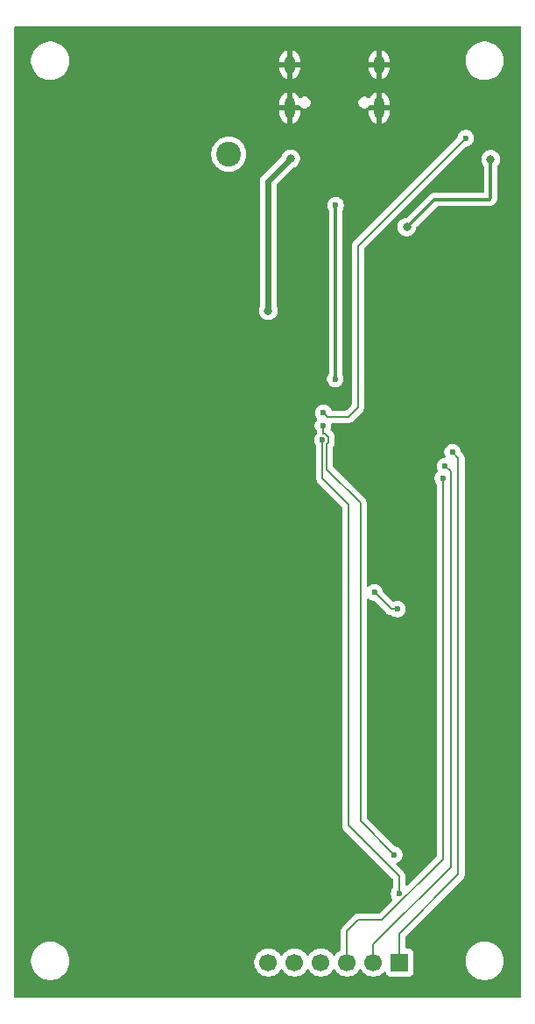
<source format=gbr>
%TF.GenerationSoftware,KiCad,Pcbnew,9.0.0*%
%TF.CreationDate,2025-03-30T15:54:25+03:00*%
%TF.ProjectId,pcb_licenta,7063625f-6c69-4636-956e-74612e6b6963,rev?*%
%TF.SameCoordinates,Original*%
%TF.FileFunction,Copper,L2,Bot*%
%TF.FilePolarity,Positive*%
%FSLAX46Y46*%
G04 Gerber Fmt 4.6, Leading zero omitted, Abs format (unit mm)*
G04 Created by KiCad (PCBNEW 9.0.0) date 2025-03-30 15:54:25*
%MOMM*%
%LPD*%
G01*
G04 APERTURE LIST*
%TA.AperFunction,HeatsinkPad*%
%ADD10O,1.000000X1.800000*%
%TD*%
%TA.AperFunction,HeatsinkPad*%
%ADD11O,1.000000X2.100000*%
%TD*%
%TA.AperFunction,ComponentPad*%
%ADD12C,2.400000*%
%TD*%
%TA.AperFunction,ComponentPad*%
%ADD13R,1.700000X1.700000*%
%TD*%
%TA.AperFunction,ComponentPad*%
%ADD14C,1.700000*%
%TD*%
%TA.AperFunction,ViaPad*%
%ADD15C,0.600000*%
%TD*%
%TA.AperFunction,ViaPad*%
%ADD16C,0.800000*%
%TD*%
%TA.AperFunction,Conductor*%
%ADD17C,0.200000*%
%TD*%
%TA.AperFunction,Conductor*%
%ADD18C,0.300000*%
%TD*%
%TA.AperFunction,Conductor*%
%ADD19C,0.600000*%
%TD*%
G04 APERTURE END LIST*
D10*
%TO.P,J1,S1,SHIELD*%
%TO.N,GND*%
X103170000Y-42360000D03*
D11*
X103170000Y-46560000D03*
D10*
X111810000Y-42360000D03*
D11*
X111810000Y-46560000D03*
%TD*%
D12*
%TO.P,BT1,*%
%TO.N,*%
X97270000Y-51050000D03*
%TD*%
D13*
%TO.P,H1,1,1*%
%TO.N,Net-(U1-IO42)*%
X113790000Y-129160000D03*
D14*
%TO.P,H1,2,2*%
%TO.N,Net-(U1-IO41)*%
X111250000Y-129160000D03*
%TO.P,H1,3,3*%
%TO.N,Net-(U1-IO40)*%
X108710000Y-129160000D03*
%TO.P,H1,4,4*%
%TO.N,Net-(U1-IO39)*%
X106170000Y-129160000D03*
%TO.P,H1,5,5*%
%TO.N,Net-(U1-IO38)*%
X103630000Y-129160000D03*
%TO.P,H1,6,6*%
%TO.N,Net-(U1-IO37)*%
X101090000Y-129160000D03*
%TD*%
D15*
%TO.N,GND*%
X113000000Y-60690000D03*
X106180000Y-61790000D03*
X109210000Y-52430000D03*
X105750000Y-52250000D03*
X112670000Y-102100000D03*
X123080000Y-121710000D03*
X122440000Y-69180000D03*
X121650000Y-62390000D03*
X123900000Y-64940000D03*
X124120000Y-58720000D03*
X124640000Y-53420000D03*
X119240000Y-52390000D03*
X113050000Y-54140000D03*
X102880000Y-61850000D03*
X99800000Y-67700000D03*
X112110000Y-68070000D03*
X105690000Y-72700000D03*
X106000000Y-73930000D03*
X123780000Y-73190000D03*
X118800000Y-74470000D03*
X112400000Y-74100000D03*
X115030000Y-88280000D03*
X106200000Y-85280000D03*
X114280000Y-80060000D03*
X111020000Y-77690000D03*
X106640000Y-94730000D03*
X102580000Y-94620000D03*
X106670000Y-100260000D03*
X102830000Y-99430000D03*
X103220000Y-108530000D03*
X106690000Y-113750000D03*
X105240000Y-108430000D03*
X111340000Y-108650000D03*
X121540000Y-108110000D03*
X120850000Y-114240000D03*
X116760000Y-126740000D03*
X105290000Y-126590000D03*
X103120000Y-125370000D03*
X108910000Y-123340000D03*
X110210000Y-119470000D03*
X101370000Y-121130000D03*
X101450000Y-122850000D03*
X82270000Y-121360000D03*
X83260000Y-125030000D03*
X94970000Y-131360000D03*
X95650000Y-128440000D03*
X88410000Y-122990000D03*
X109380000Y-45260000D03*
X104990000Y-44900000D03*
X110240000Y-41870000D03*
X105260000Y-41850000D03*
X109060000Y-49690000D03*
%TO.N,MOSI*%
X113560000Y-95000000D03*
X111370000Y-93390000D03*
D16*
%TO.N,+3V3*%
X122600000Y-51530000D03*
X114480000Y-58080000D03*
D15*
%TO.N,Net-(U1-IO42)*%
X118910000Y-79820000D03*
%TO.N,Net-(U1-IO41)*%
X118190000Y-81180000D03*
%TO.N,Net-(U1-IO40)*%
X117960000Y-82350000D03*
%TO.N,SCL*%
X113730000Y-122530000D03*
X106330000Y-78640000D03*
%TO.N,SDA*%
X106380000Y-77270000D03*
X113280000Y-118750000D03*
%TO.N,EN*%
X106430000Y-76050000D03*
X120170000Y-49490000D03*
%TO.N,ADC_BAT*%
X107570000Y-72760000D03*
X107600000Y-55980000D03*
D16*
%TO.N,VBUS*%
X101090000Y-66170000D03*
X103250000Y-51470000D03*
%TD*%
D17*
%TO.N,SDA*%
X110020000Y-85810000D02*
X110020000Y-84760000D01*
%TO.N,MOSI*%
X112980000Y-95000000D02*
X111370000Y-93390000D01*
X113560000Y-95000000D02*
X112980000Y-95000000D01*
%TO.N,Net-(U1-IO41)*%
X111250000Y-127420000D02*
X111250000Y-129160000D01*
X118730000Y-119940000D02*
X111250000Y-127420000D01*
X118730000Y-81720000D02*
X118730000Y-119940000D01*
X118190000Y-81180000D02*
X118730000Y-81720000D01*
%TO.N,Net-(U1-IO42)*%
X113790000Y-126350000D02*
X113790000Y-129160000D01*
X119470000Y-120670000D02*
X113790000Y-126350000D01*
X119470000Y-80380000D02*
X119470000Y-120670000D01*
X118910000Y-79820000D02*
X119470000Y-80380000D01*
%TO.N,Net-(U1-IO40)*%
X108710000Y-126120000D02*
X108710000Y-129160000D01*
X109800000Y-125030000D02*
X108710000Y-126120000D01*
X112079943Y-125030000D02*
X109800000Y-125030000D01*
X117960000Y-119149943D02*
X112079943Y-125030000D01*
X117960000Y-82350000D02*
X117960000Y-119149943D01*
%TO.N,SCL*%
X108820000Y-115900000D02*
X108820000Y-84870000D01*
X108820000Y-84870000D02*
X106330000Y-82380000D01*
X106330000Y-82380000D02*
X106330000Y-78640000D01*
X113730000Y-120810000D02*
X108820000Y-115900000D01*
X113730000Y-122530000D02*
X113730000Y-120810000D01*
%TO.N,SDA*%
X106380000Y-78039000D02*
X106380000Y-77270000D01*
X106931000Y-78888943D02*
X106931000Y-78391057D01*
X106731000Y-79088943D02*
X106931000Y-78888943D01*
X106578943Y-78039000D02*
X106380000Y-78039000D01*
X106931000Y-78391057D02*
X106578943Y-78039000D01*
X106731000Y-81471000D02*
X106731000Y-79088943D01*
X110020000Y-84760000D02*
X106731000Y-81471000D01*
X110020000Y-115490000D02*
X110020000Y-85810000D01*
X113280000Y-118750000D02*
X110020000Y-115490000D01*
%TO.N,EN*%
X106780000Y-76400000D02*
X106430000Y-76050000D01*
X108880000Y-76400000D02*
X106780000Y-76400000D01*
X109760000Y-75520000D02*
X108880000Y-76400000D01*
X109760000Y-74760000D02*
X109760000Y-75520000D01*
X120170000Y-49490000D02*
X109760000Y-59900000D01*
X109760000Y-59900000D02*
X109760000Y-74760000D01*
D18*
%TO.N,ADC_BAT*%
X107600000Y-55980000D02*
X107600000Y-72730000D01*
X107600000Y-72730000D02*
X107570000Y-72760000D01*
D19*
%TO.N,VBUS*%
X101090000Y-53630000D02*
X101090000Y-66170000D01*
X103250000Y-51470000D02*
X101090000Y-53630000D01*
D18*
%TO.N,+3V3*%
X122480000Y-55400000D02*
X117160000Y-55400000D01*
X122600000Y-55280000D02*
X122480000Y-55400000D01*
X122600000Y-51530000D02*
X122600000Y-55280000D01*
X117160000Y-55400000D02*
X114480000Y-58080000D01*
%TD*%
%TA.AperFunction,Conductor*%
%TO.N,GND*%
G36*
X125462539Y-38660185D02*
G01*
X125508294Y-38712989D01*
X125519500Y-38764500D01*
X125519500Y-132475500D01*
X125499815Y-132542539D01*
X125447011Y-132588294D01*
X125395500Y-132599500D01*
X76654500Y-132599500D01*
X76587461Y-132579815D01*
X76541706Y-132527011D01*
X76530500Y-132475500D01*
X76530500Y-128878711D01*
X78149500Y-128878711D01*
X78149500Y-129121288D01*
X78181161Y-129361785D01*
X78243947Y-129596104D01*
X78278041Y-129678414D01*
X78336776Y-129820212D01*
X78458064Y-130030289D01*
X78458066Y-130030292D01*
X78458067Y-130030293D01*
X78605733Y-130222736D01*
X78605739Y-130222743D01*
X78777256Y-130394260D01*
X78777263Y-130394266D01*
X78854844Y-130453796D01*
X78969711Y-130541936D01*
X79179788Y-130663224D01*
X79403900Y-130756054D01*
X79638211Y-130818838D01*
X79818586Y-130842584D01*
X79878711Y-130850500D01*
X79878712Y-130850500D01*
X80121289Y-130850500D01*
X80169388Y-130844167D01*
X80361789Y-130818838D01*
X80596100Y-130756054D01*
X80820212Y-130663224D01*
X81030289Y-130541936D01*
X81222738Y-130394265D01*
X81394265Y-130222738D01*
X81541936Y-130030289D01*
X81663224Y-129820212D01*
X81756054Y-129596100D01*
X81818838Y-129361789D01*
X81850500Y-129121288D01*
X81850500Y-129053713D01*
X99739500Y-129053713D01*
X99739500Y-129266286D01*
X99754625Y-129361785D01*
X99772754Y-129476243D01*
X99811699Y-129596104D01*
X99838444Y-129678414D01*
X99934951Y-129867820D01*
X100059890Y-130039786D01*
X100210213Y-130190109D01*
X100382179Y-130315048D01*
X100382181Y-130315049D01*
X100382184Y-130315051D01*
X100571588Y-130411557D01*
X100773757Y-130477246D01*
X100983713Y-130510500D01*
X100983714Y-130510500D01*
X101196286Y-130510500D01*
X101196287Y-130510500D01*
X101406243Y-130477246D01*
X101608412Y-130411557D01*
X101797816Y-130315051D01*
X101884138Y-130252335D01*
X101969786Y-130190109D01*
X101969788Y-130190106D01*
X101969792Y-130190104D01*
X102120104Y-130039792D01*
X102120106Y-130039788D01*
X102120109Y-130039786D01*
X102245048Y-129867820D01*
X102245047Y-129867820D01*
X102245051Y-129867816D01*
X102249514Y-129859054D01*
X102297488Y-129808259D01*
X102365308Y-129791463D01*
X102431444Y-129813999D01*
X102470486Y-129859056D01*
X102474951Y-129867820D01*
X102599890Y-130039786D01*
X102750213Y-130190109D01*
X102922179Y-130315048D01*
X102922181Y-130315049D01*
X102922184Y-130315051D01*
X103111588Y-130411557D01*
X103313757Y-130477246D01*
X103523713Y-130510500D01*
X103523714Y-130510500D01*
X103736286Y-130510500D01*
X103736287Y-130510500D01*
X103946243Y-130477246D01*
X104148412Y-130411557D01*
X104337816Y-130315051D01*
X104424138Y-130252335D01*
X104509786Y-130190109D01*
X104509788Y-130190106D01*
X104509792Y-130190104D01*
X104660104Y-130039792D01*
X104660106Y-130039788D01*
X104660109Y-130039786D01*
X104785048Y-129867820D01*
X104785047Y-129867820D01*
X104785051Y-129867816D01*
X104789514Y-129859054D01*
X104837488Y-129808259D01*
X104905308Y-129791463D01*
X104971444Y-129813999D01*
X105010486Y-129859056D01*
X105014951Y-129867820D01*
X105139890Y-130039786D01*
X105290213Y-130190109D01*
X105462179Y-130315048D01*
X105462181Y-130315049D01*
X105462184Y-130315051D01*
X105651588Y-130411557D01*
X105853757Y-130477246D01*
X106063713Y-130510500D01*
X106063714Y-130510500D01*
X106276286Y-130510500D01*
X106276287Y-130510500D01*
X106486243Y-130477246D01*
X106688412Y-130411557D01*
X106877816Y-130315051D01*
X106964138Y-130252335D01*
X107049786Y-130190109D01*
X107049788Y-130190106D01*
X107049792Y-130190104D01*
X107200104Y-130039792D01*
X107200106Y-130039788D01*
X107200109Y-130039786D01*
X107325048Y-129867820D01*
X107325047Y-129867820D01*
X107325051Y-129867816D01*
X107329514Y-129859054D01*
X107377488Y-129808259D01*
X107445308Y-129791463D01*
X107511444Y-129813999D01*
X107550486Y-129859056D01*
X107554951Y-129867820D01*
X107679890Y-130039786D01*
X107830213Y-130190109D01*
X108002179Y-130315048D01*
X108002181Y-130315049D01*
X108002184Y-130315051D01*
X108191588Y-130411557D01*
X108393757Y-130477246D01*
X108603713Y-130510500D01*
X108603714Y-130510500D01*
X108816286Y-130510500D01*
X108816287Y-130510500D01*
X109026243Y-130477246D01*
X109228412Y-130411557D01*
X109417816Y-130315051D01*
X109504138Y-130252335D01*
X109589786Y-130190109D01*
X109589788Y-130190106D01*
X109589792Y-130190104D01*
X109740104Y-130039792D01*
X109740106Y-130039788D01*
X109740109Y-130039786D01*
X109865048Y-129867820D01*
X109865047Y-129867820D01*
X109865051Y-129867816D01*
X109869514Y-129859054D01*
X109917488Y-129808259D01*
X109985308Y-129791463D01*
X110051444Y-129813999D01*
X110090486Y-129859056D01*
X110094951Y-129867820D01*
X110219890Y-130039786D01*
X110370213Y-130190109D01*
X110542179Y-130315048D01*
X110542181Y-130315049D01*
X110542184Y-130315051D01*
X110731588Y-130411557D01*
X110933757Y-130477246D01*
X111143713Y-130510500D01*
X111143714Y-130510500D01*
X111356286Y-130510500D01*
X111356287Y-130510500D01*
X111566243Y-130477246D01*
X111768412Y-130411557D01*
X111957816Y-130315051D01*
X112129792Y-130190104D01*
X112243329Y-130076566D01*
X112304648Y-130043084D01*
X112374340Y-130048068D01*
X112430274Y-130089939D01*
X112447189Y-130120917D01*
X112496202Y-130252328D01*
X112496206Y-130252335D01*
X112582452Y-130367544D01*
X112582455Y-130367547D01*
X112697664Y-130453793D01*
X112697671Y-130453797D01*
X112832517Y-130504091D01*
X112832516Y-130504091D01*
X112839444Y-130504835D01*
X112892127Y-130510500D01*
X114687872Y-130510499D01*
X114747483Y-130504091D01*
X114882331Y-130453796D01*
X114997546Y-130367546D01*
X115083796Y-130252331D01*
X115134091Y-130117483D01*
X115140500Y-130057873D01*
X115140499Y-128878711D01*
X120149500Y-128878711D01*
X120149500Y-129121288D01*
X120181161Y-129361785D01*
X120243947Y-129596104D01*
X120278041Y-129678414D01*
X120336776Y-129820212D01*
X120458064Y-130030289D01*
X120458066Y-130030292D01*
X120458067Y-130030293D01*
X120605733Y-130222736D01*
X120605739Y-130222743D01*
X120777256Y-130394260D01*
X120777263Y-130394266D01*
X120854844Y-130453796D01*
X120969711Y-130541936D01*
X121179788Y-130663224D01*
X121403900Y-130756054D01*
X121638211Y-130818838D01*
X121818586Y-130842584D01*
X121878711Y-130850500D01*
X121878712Y-130850500D01*
X122121289Y-130850500D01*
X122169388Y-130844167D01*
X122361789Y-130818838D01*
X122596100Y-130756054D01*
X122820212Y-130663224D01*
X123030289Y-130541936D01*
X123222738Y-130394265D01*
X123394265Y-130222738D01*
X123541936Y-130030289D01*
X123663224Y-129820212D01*
X123756054Y-129596100D01*
X123818838Y-129361789D01*
X123850500Y-129121288D01*
X123850500Y-128878712D01*
X123818838Y-128638211D01*
X123756054Y-128403900D01*
X123663224Y-128179788D01*
X123541936Y-127969711D01*
X123462514Y-127866206D01*
X123394266Y-127777263D01*
X123394260Y-127777256D01*
X123222743Y-127605739D01*
X123222736Y-127605733D01*
X123030293Y-127458067D01*
X123030292Y-127458066D01*
X123030289Y-127458064D01*
X122827433Y-127340945D01*
X122820214Y-127336777D01*
X122820205Y-127336773D01*
X122596104Y-127243947D01*
X122388092Y-127188210D01*
X122361789Y-127181162D01*
X122361788Y-127181161D01*
X122361785Y-127181161D01*
X122121289Y-127149500D01*
X122121288Y-127149500D01*
X121878712Y-127149500D01*
X121878711Y-127149500D01*
X121638214Y-127181161D01*
X121403895Y-127243947D01*
X121179794Y-127336773D01*
X121179785Y-127336777D01*
X120969706Y-127458067D01*
X120777263Y-127605733D01*
X120777256Y-127605739D01*
X120605739Y-127777256D01*
X120605733Y-127777263D01*
X120458067Y-127969706D01*
X120336777Y-128179785D01*
X120336773Y-128179794D01*
X120243947Y-128403895D01*
X120181161Y-128638214D01*
X120149500Y-128878711D01*
X115140499Y-128878711D01*
X115140499Y-128262128D01*
X115134091Y-128202517D01*
X115132810Y-128199083D01*
X115083797Y-128067671D01*
X115083793Y-128067664D01*
X114997547Y-127952455D01*
X114997544Y-127952452D01*
X114882335Y-127866206D01*
X114882328Y-127866202D01*
X114747482Y-127815908D01*
X114747483Y-127815908D01*
X114687883Y-127809501D01*
X114687881Y-127809500D01*
X114687873Y-127809500D01*
X114687865Y-127809500D01*
X114514500Y-127809500D01*
X114447461Y-127789815D01*
X114401706Y-127737011D01*
X114390500Y-127685500D01*
X114390500Y-126650096D01*
X114410185Y-126583057D01*
X114426814Y-126562420D01*
X119838713Y-121150521D01*
X119838716Y-121150520D01*
X119950520Y-121038716D01*
X120000639Y-120951904D01*
X120029577Y-120901785D01*
X120070501Y-120749057D01*
X120070501Y-120590943D01*
X120070501Y-120583348D01*
X120070500Y-120583330D01*
X120070500Y-80469060D01*
X120070501Y-80469047D01*
X120070501Y-80300944D01*
X120044741Y-80204808D01*
X120029577Y-80148216D01*
X119974894Y-80053501D01*
X119950524Y-80011290D01*
X119950518Y-80011282D01*
X119744573Y-79805337D01*
X119711088Y-79744014D01*
X119710637Y-79741847D01*
X119679738Y-79586510D01*
X119679737Y-79586503D01*
X119679735Y-79586498D01*
X119619397Y-79440827D01*
X119619390Y-79440814D01*
X119531789Y-79309711D01*
X119531786Y-79309707D01*
X119420292Y-79198213D01*
X119420288Y-79198210D01*
X119289185Y-79110609D01*
X119289172Y-79110602D01*
X119143501Y-79050264D01*
X119143489Y-79050261D01*
X118988845Y-79019500D01*
X118988842Y-79019500D01*
X118831158Y-79019500D01*
X118831155Y-79019500D01*
X118676510Y-79050261D01*
X118676498Y-79050264D01*
X118530827Y-79110602D01*
X118530814Y-79110609D01*
X118399711Y-79198210D01*
X118399707Y-79198213D01*
X118288213Y-79309707D01*
X118288210Y-79309711D01*
X118200609Y-79440814D01*
X118200602Y-79440827D01*
X118140264Y-79586498D01*
X118140261Y-79586510D01*
X118109500Y-79741153D01*
X118109500Y-79898846D01*
X118140261Y-80053489D01*
X118140264Y-80053501D01*
X118202937Y-80204808D01*
X118201708Y-80205316D01*
X118214555Y-80267050D01*
X118189548Y-80332291D01*
X118133239Y-80373656D01*
X118115148Y-80378705D01*
X117956508Y-80410261D01*
X117956498Y-80410264D01*
X117810827Y-80470602D01*
X117810814Y-80470609D01*
X117679711Y-80558210D01*
X117679707Y-80558213D01*
X117568213Y-80669707D01*
X117568210Y-80669711D01*
X117480609Y-80800814D01*
X117480602Y-80800827D01*
X117420264Y-80946498D01*
X117420261Y-80946510D01*
X117389500Y-81101153D01*
X117389500Y-81258846D01*
X117420261Y-81413489D01*
X117420264Y-81413501D01*
X117480602Y-81559171D01*
X117483479Y-81564553D01*
X117482302Y-81565181D01*
X117501139Y-81625345D01*
X117482652Y-81692724D01*
X117453376Y-81723076D01*
X117454419Y-81724347D01*
X117449707Y-81728213D01*
X117338213Y-81839707D01*
X117338210Y-81839711D01*
X117250609Y-81970814D01*
X117250602Y-81970827D01*
X117190264Y-82116498D01*
X117190261Y-82116510D01*
X117159500Y-82271153D01*
X117159500Y-82428846D01*
X117190261Y-82583489D01*
X117190264Y-82583501D01*
X117250602Y-82729172D01*
X117250609Y-82729185D01*
X117338602Y-82860874D01*
X117359480Y-82927551D01*
X117359500Y-82929765D01*
X117359500Y-118849846D01*
X117339815Y-118916885D01*
X117323181Y-118937527D01*
X114542181Y-121718527D01*
X114480858Y-121752012D01*
X114411166Y-121747028D01*
X114355233Y-121705156D01*
X114330816Y-121639692D01*
X114330500Y-121630846D01*
X114330500Y-120899060D01*
X114330501Y-120899047D01*
X114330501Y-120730944D01*
X114289576Y-120578214D01*
X114289573Y-120578209D01*
X114210524Y-120441290D01*
X114210518Y-120441282D01*
X113485958Y-119716722D01*
X113452473Y-119655399D01*
X113457457Y-119585707D01*
X113499329Y-119529774D01*
X113526176Y-119514485D01*
X113659179Y-119459394D01*
X113790289Y-119371789D01*
X113901789Y-119260289D01*
X113989394Y-119129179D01*
X114049737Y-118983497D01*
X114080500Y-118828842D01*
X114080500Y-118671158D01*
X114080500Y-118671155D01*
X114080499Y-118671153D01*
X114049738Y-118516510D01*
X114049737Y-118516503D01*
X114049735Y-118516498D01*
X113989397Y-118370827D01*
X113989390Y-118370814D01*
X113901789Y-118239711D01*
X113901786Y-118239707D01*
X113790292Y-118128213D01*
X113790288Y-118128210D01*
X113659185Y-118040609D01*
X113659172Y-118040602D01*
X113513501Y-117980264D01*
X113513491Y-117980261D01*
X113358149Y-117949361D01*
X113296238Y-117916976D01*
X113294660Y-117915425D01*
X110656819Y-115277584D01*
X110623334Y-115216261D01*
X110620500Y-115189903D01*
X110620500Y-94071941D01*
X110640185Y-94004902D01*
X110692989Y-93959147D01*
X110762147Y-93949203D01*
X110825703Y-93978228D01*
X110832181Y-93984260D01*
X110859707Y-94011786D01*
X110859711Y-94011789D01*
X110990814Y-94099390D01*
X110990827Y-94099397D01*
X111136498Y-94159735D01*
X111136503Y-94159737D01*
X111201147Y-94172595D01*
X111291849Y-94190638D01*
X111353760Y-94223023D01*
X111355339Y-94224574D01*
X112495139Y-95364374D01*
X112495149Y-95364385D01*
X112499479Y-95368715D01*
X112499480Y-95368716D01*
X112611284Y-95480520D01*
X112662845Y-95510288D01*
X112698095Y-95530639D01*
X112698097Y-95530641D01*
X112736151Y-95552611D01*
X112748215Y-95559577D01*
X112900943Y-95600501D01*
X112980236Y-95600501D01*
X113047275Y-95620186D01*
X113049127Y-95621399D01*
X113180814Y-95709390D01*
X113180827Y-95709397D01*
X113326498Y-95769735D01*
X113326503Y-95769737D01*
X113481153Y-95800499D01*
X113481156Y-95800500D01*
X113481158Y-95800500D01*
X113638844Y-95800500D01*
X113638845Y-95800499D01*
X113793497Y-95769737D01*
X113939179Y-95709394D01*
X114070289Y-95621789D01*
X114181789Y-95510289D01*
X114269394Y-95379179D01*
X114329737Y-95233497D01*
X114360500Y-95078842D01*
X114360500Y-94921158D01*
X114360500Y-94921155D01*
X114360499Y-94921153D01*
X114329738Y-94766510D01*
X114329737Y-94766503D01*
X114329735Y-94766498D01*
X114269397Y-94620827D01*
X114269390Y-94620814D01*
X114181789Y-94489711D01*
X114181786Y-94489707D01*
X114070292Y-94378213D01*
X114070288Y-94378210D01*
X113939185Y-94290609D01*
X113939172Y-94290602D01*
X113793501Y-94230264D01*
X113793489Y-94230261D01*
X113638845Y-94199500D01*
X113638842Y-94199500D01*
X113481158Y-94199500D01*
X113481155Y-94199500D01*
X113326510Y-94230261D01*
X113326503Y-94230263D01*
X113214246Y-94276760D01*
X113144777Y-94284228D01*
X113082298Y-94252952D01*
X113079114Y-94249879D01*
X112204574Y-93375339D01*
X112171089Y-93314016D01*
X112170638Y-93311849D01*
X112139738Y-93156510D01*
X112139737Y-93156503D01*
X112119500Y-93107646D01*
X112079397Y-93010827D01*
X112079390Y-93010814D01*
X111991789Y-92879711D01*
X111991786Y-92879707D01*
X111880292Y-92768213D01*
X111880288Y-92768210D01*
X111749185Y-92680609D01*
X111749172Y-92680602D01*
X111603501Y-92620264D01*
X111603489Y-92620261D01*
X111448845Y-92589500D01*
X111448842Y-92589500D01*
X111291158Y-92589500D01*
X111291155Y-92589500D01*
X111136510Y-92620261D01*
X111136498Y-92620264D01*
X110990827Y-92680602D01*
X110990814Y-92680609D01*
X110859711Y-92768210D01*
X110859707Y-92768213D01*
X110832181Y-92795740D01*
X110770858Y-92829225D01*
X110701166Y-92824241D01*
X110645233Y-92782369D01*
X110620816Y-92716905D01*
X110620500Y-92708059D01*
X110620500Y-84680945D01*
X110620500Y-84680943D01*
X110579577Y-84528216D01*
X110579573Y-84528209D01*
X110500524Y-84391290D01*
X110500521Y-84391286D01*
X110500520Y-84391284D01*
X110388716Y-84279480D01*
X110388715Y-84279479D01*
X110384385Y-84275149D01*
X110384374Y-84275139D01*
X107367819Y-81258584D01*
X107334334Y-81197261D01*
X107331500Y-81170903D01*
X107331500Y-79389041D01*
X107351185Y-79322002D01*
X107367820Y-79301359D01*
X107411517Y-79257662D01*
X107411517Y-79257661D01*
X107411520Y-79257659D01*
X107490577Y-79120727D01*
X107531501Y-78968000D01*
X107531501Y-78809885D01*
X107531501Y-78802290D01*
X107531500Y-78802272D01*
X107531500Y-78480117D01*
X107531501Y-78480104D01*
X107531501Y-78312002D01*
X107531501Y-78312000D01*
X107490577Y-78159272D01*
X107411520Y-78022341D01*
X107133031Y-77743853D01*
X107099547Y-77682531D01*
X107104531Y-77612840D01*
X107106141Y-77608745D01*
X107149737Y-77503497D01*
X107180500Y-77348842D01*
X107180500Y-77191158D01*
X107180500Y-77191155D01*
X107172053Y-77148692D01*
X107178280Y-77079101D01*
X107221142Y-77023923D01*
X107287032Y-77000678D01*
X107293670Y-77000500D01*
X108793331Y-77000500D01*
X108793347Y-77000501D01*
X108800943Y-77000501D01*
X108959054Y-77000501D01*
X108959057Y-77000501D01*
X109111785Y-76959577D01*
X109161904Y-76930639D01*
X109248716Y-76880520D01*
X109360520Y-76768716D01*
X109360520Y-76768714D01*
X109370728Y-76758507D01*
X109370730Y-76758504D01*
X110118506Y-76010728D01*
X110118511Y-76010724D01*
X110128714Y-76000520D01*
X110128716Y-76000520D01*
X110240520Y-75888716D01*
X110292028Y-75799500D01*
X110319577Y-75751785D01*
X110360501Y-75599057D01*
X110360501Y-75440943D01*
X110360501Y-75433348D01*
X110360500Y-75433330D01*
X110360500Y-60200097D01*
X110380185Y-60133058D01*
X110396819Y-60112416D01*
X112517931Y-57991304D01*
X113579500Y-57991304D01*
X113579500Y-58168695D01*
X113614103Y-58342658D01*
X113614106Y-58342667D01*
X113681983Y-58506540D01*
X113681990Y-58506553D01*
X113780535Y-58654034D01*
X113780538Y-58654038D01*
X113905961Y-58779461D01*
X113905965Y-58779464D01*
X114053446Y-58878009D01*
X114053459Y-58878016D01*
X114176363Y-58928923D01*
X114217334Y-58945894D01*
X114217336Y-58945894D01*
X114217341Y-58945896D01*
X114391304Y-58980499D01*
X114391307Y-58980500D01*
X114391309Y-58980500D01*
X114568693Y-58980500D01*
X114568694Y-58980499D01*
X114626682Y-58968964D01*
X114742658Y-58945896D01*
X114742661Y-58945894D01*
X114742666Y-58945894D01*
X114906547Y-58878013D01*
X115054035Y-58779464D01*
X115179464Y-58654035D01*
X115278013Y-58506547D01*
X115345894Y-58342666D01*
X115380500Y-58168691D01*
X115380500Y-58150808D01*
X115400185Y-58083769D01*
X115416819Y-58063127D01*
X117393127Y-56086819D01*
X117454450Y-56053334D01*
X117480808Y-56050500D01*
X122544071Y-56050500D01*
X122628615Y-56033682D01*
X122669744Y-56025501D01*
X122788127Y-55976465D01*
X122894669Y-55905277D01*
X123105277Y-55694669D01*
X123176466Y-55588126D01*
X123225501Y-55469743D01*
X123225508Y-55469711D01*
X123250500Y-55344069D01*
X123250500Y-52204361D01*
X123270185Y-52137322D01*
X123286816Y-52116682D01*
X123299464Y-52104035D01*
X123398013Y-51956547D01*
X123465894Y-51792666D01*
X123477831Y-51732658D01*
X123500499Y-51618695D01*
X123500500Y-51618693D01*
X123500500Y-51441306D01*
X123500499Y-51441304D01*
X123465896Y-51267341D01*
X123465893Y-51267332D01*
X123398016Y-51103459D01*
X123398009Y-51103446D01*
X123299464Y-50955965D01*
X123299461Y-50955961D01*
X123174038Y-50830538D01*
X123174034Y-50830535D01*
X123026553Y-50731990D01*
X123026540Y-50731983D01*
X122862667Y-50664106D01*
X122862658Y-50664103D01*
X122688694Y-50629500D01*
X122688691Y-50629500D01*
X122511309Y-50629500D01*
X122511306Y-50629500D01*
X122337341Y-50664103D01*
X122337332Y-50664106D01*
X122173459Y-50731983D01*
X122173446Y-50731990D01*
X122025965Y-50830535D01*
X122025961Y-50830538D01*
X121900538Y-50955961D01*
X121900535Y-50955965D01*
X121801990Y-51103446D01*
X121801983Y-51103459D01*
X121734106Y-51267332D01*
X121734103Y-51267341D01*
X121699500Y-51441304D01*
X121699500Y-51618695D01*
X121734103Y-51792658D01*
X121734106Y-51792667D01*
X121801983Y-51956540D01*
X121801990Y-51956553D01*
X121900534Y-52104033D01*
X121900535Y-52104034D01*
X121900536Y-52104035D01*
X121913180Y-52116679D01*
X121946665Y-52177999D01*
X121949500Y-52204361D01*
X121949500Y-54625500D01*
X121929815Y-54692539D01*
X121877011Y-54738294D01*
X121825500Y-54749500D01*
X117095929Y-54749500D01*
X116970261Y-54774497D01*
X116970255Y-54774499D01*
X116851870Y-54823535D01*
X116745331Y-54894722D01*
X116745324Y-54894728D01*
X114496873Y-57143181D01*
X114435550Y-57176666D01*
X114409192Y-57179500D01*
X114391306Y-57179500D01*
X114217341Y-57214103D01*
X114217332Y-57214106D01*
X114053459Y-57281983D01*
X114053446Y-57281990D01*
X113905965Y-57380535D01*
X113905961Y-57380538D01*
X113780538Y-57505961D01*
X113780535Y-57505965D01*
X113681990Y-57653446D01*
X113681983Y-57653459D01*
X113614106Y-57817332D01*
X113614103Y-57817341D01*
X113579500Y-57991304D01*
X112517931Y-57991304D01*
X112611699Y-57897536D01*
X115883735Y-54625500D01*
X120184662Y-50324572D01*
X120245983Y-50291089D01*
X120248150Y-50290638D01*
X120306085Y-50279113D01*
X120403497Y-50259737D01*
X120549179Y-50199394D01*
X120680289Y-50111789D01*
X120791789Y-50000289D01*
X120879394Y-49869179D01*
X120939737Y-49723497D01*
X120970500Y-49568842D01*
X120970500Y-49411158D01*
X120970500Y-49411155D01*
X120970499Y-49411153D01*
X120964023Y-49378596D01*
X120939737Y-49256503D01*
X120939735Y-49256498D01*
X120879397Y-49110827D01*
X120879390Y-49110814D01*
X120791789Y-48979711D01*
X120791786Y-48979707D01*
X120680292Y-48868213D01*
X120680288Y-48868210D01*
X120549185Y-48780609D01*
X120549172Y-48780602D01*
X120403501Y-48720264D01*
X120403489Y-48720261D01*
X120248845Y-48689500D01*
X120248842Y-48689500D01*
X120091158Y-48689500D01*
X120091155Y-48689500D01*
X119936510Y-48720261D01*
X119936498Y-48720264D01*
X119790827Y-48780602D01*
X119790814Y-48780609D01*
X119659711Y-48868210D01*
X119659707Y-48868213D01*
X119548213Y-48979707D01*
X119548210Y-48979711D01*
X119460609Y-49110814D01*
X119460602Y-49110827D01*
X119400264Y-49256498D01*
X119400261Y-49256508D01*
X119369361Y-49411850D01*
X119336976Y-49473761D01*
X119335425Y-49475339D01*
X109279481Y-59531282D01*
X109279479Y-59531285D01*
X109229361Y-59618094D01*
X109229359Y-59618096D01*
X109200425Y-59668209D01*
X109200424Y-59668210D01*
X109200423Y-59668215D01*
X109159499Y-59820943D01*
X109159499Y-59820945D01*
X109159499Y-59989046D01*
X109159500Y-59989059D01*
X109159500Y-75219903D01*
X109139815Y-75286942D01*
X109123181Y-75307584D01*
X108667584Y-75763181D01*
X108606261Y-75796666D01*
X108579903Y-75799500D01*
X107275548Y-75799500D01*
X107208509Y-75779815D01*
X107162754Y-75727011D01*
X107160987Y-75722952D01*
X107139396Y-75670827D01*
X107139394Y-75670821D01*
X107139392Y-75670819D01*
X107139392Y-75670817D01*
X107051789Y-75539711D01*
X107051786Y-75539707D01*
X106940292Y-75428213D01*
X106940288Y-75428210D01*
X106809185Y-75340609D01*
X106809172Y-75340602D01*
X106663501Y-75280264D01*
X106663489Y-75280261D01*
X106508845Y-75249500D01*
X106508842Y-75249500D01*
X106351158Y-75249500D01*
X106351155Y-75249500D01*
X106196510Y-75280261D01*
X106196498Y-75280264D01*
X106050827Y-75340602D01*
X106050814Y-75340609D01*
X105919711Y-75428210D01*
X105919707Y-75428213D01*
X105808213Y-75539707D01*
X105808210Y-75539711D01*
X105720609Y-75670814D01*
X105720602Y-75670827D01*
X105660264Y-75816498D01*
X105660261Y-75816510D01*
X105629500Y-75971153D01*
X105629500Y-76128846D01*
X105660261Y-76283489D01*
X105660264Y-76283501D01*
X105720602Y-76429172D01*
X105720609Y-76429185D01*
X105811523Y-76565246D01*
X105832401Y-76631923D01*
X105813917Y-76699304D01*
X105796103Y-76721817D01*
X105758214Y-76759706D01*
X105758210Y-76759711D01*
X105670609Y-76890814D01*
X105670602Y-76890827D01*
X105610264Y-77036498D01*
X105610261Y-77036510D01*
X105579500Y-77191153D01*
X105579500Y-77348846D01*
X105610261Y-77503489D01*
X105610264Y-77503501D01*
X105670602Y-77649172D01*
X105670609Y-77649185D01*
X105758602Y-77780874D01*
X105764252Y-77798920D01*
X105774477Y-77814830D01*
X105778928Y-77845789D01*
X105779480Y-77847551D01*
X105779500Y-77849765D01*
X105779500Y-78007059D01*
X105759815Y-78074098D01*
X105743181Y-78094740D01*
X105708213Y-78129707D01*
X105708210Y-78129711D01*
X105620609Y-78260814D01*
X105620602Y-78260827D01*
X105560264Y-78406498D01*
X105560261Y-78406510D01*
X105529500Y-78561153D01*
X105529500Y-78718846D01*
X105560261Y-78873489D01*
X105560264Y-78873501D01*
X105620602Y-79019172D01*
X105620609Y-79019185D01*
X105708602Y-79150874D01*
X105729480Y-79217551D01*
X105729500Y-79219765D01*
X105729500Y-82293330D01*
X105729499Y-82293348D01*
X105729499Y-82459054D01*
X105729498Y-82459054D01*
X105729499Y-82459057D01*
X105770423Y-82611785D01*
X105797179Y-82658127D01*
X105838204Y-82729185D01*
X105849479Y-82748714D01*
X105849481Y-82748717D01*
X105968349Y-82867585D01*
X105968355Y-82867590D01*
X108183181Y-85082416D01*
X108216666Y-85143739D01*
X108219500Y-85170097D01*
X108219500Y-115813330D01*
X108219499Y-115813348D01*
X108219499Y-115979054D01*
X108219498Y-115979054D01*
X108260423Y-116131785D01*
X108289358Y-116181900D01*
X108289359Y-116181904D01*
X108289360Y-116181904D01*
X108339479Y-116268714D01*
X108339481Y-116268717D01*
X108458349Y-116387585D01*
X108458355Y-116387590D01*
X113093181Y-121022416D01*
X113126666Y-121083739D01*
X113129500Y-121110097D01*
X113129500Y-121950234D01*
X113109815Y-122017273D01*
X113108602Y-122019125D01*
X113020609Y-122150814D01*
X113020602Y-122150827D01*
X112960264Y-122296498D01*
X112960261Y-122296510D01*
X112929500Y-122451153D01*
X112929500Y-122608846D01*
X112960261Y-122763489D01*
X112960264Y-122763501D01*
X113020602Y-122909172D01*
X113020609Y-122909185D01*
X113096617Y-123022939D01*
X113117495Y-123089617D01*
X113099010Y-123156997D01*
X113081196Y-123179511D01*
X111867527Y-124393181D01*
X111806204Y-124426666D01*
X111779846Y-124429500D01*
X109886670Y-124429500D01*
X109886654Y-124429499D01*
X109879058Y-124429499D01*
X109720943Y-124429499D01*
X109644579Y-124449961D01*
X109568214Y-124470423D01*
X109568209Y-124470426D01*
X109431290Y-124549475D01*
X109431282Y-124549481D01*
X108229481Y-125751282D01*
X108229479Y-125751285D01*
X108179361Y-125838094D01*
X108179359Y-125838096D01*
X108150425Y-125888209D01*
X108150424Y-125888210D01*
X108150423Y-125888215D01*
X108109499Y-126040943D01*
X108109499Y-126040945D01*
X108109499Y-126209046D01*
X108109500Y-126209059D01*
X108109500Y-127874281D01*
X108089815Y-127941320D01*
X108041795Y-127984765D01*
X108002185Y-128004947D01*
X108002184Y-128004948D01*
X107830213Y-128129890D01*
X107679890Y-128280213D01*
X107554949Y-128452182D01*
X107550484Y-128460946D01*
X107502509Y-128511742D01*
X107434688Y-128528536D01*
X107368553Y-128505998D01*
X107329516Y-128460946D01*
X107325050Y-128452182D01*
X107200109Y-128280213D01*
X107049786Y-128129890D01*
X106877820Y-128004951D01*
X106688414Y-127908444D01*
X106688413Y-127908443D01*
X106688412Y-127908443D01*
X106486243Y-127842754D01*
X106486241Y-127842753D01*
X106486240Y-127842753D01*
X106324957Y-127817208D01*
X106276287Y-127809500D01*
X106063713Y-127809500D01*
X106015042Y-127817208D01*
X105853760Y-127842753D01*
X105651585Y-127908444D01*
X105462179Y-128004951D01*
X105290213Y-128129890D01*
X105139890Y-128280213D01*
X105014949Y-128452182D01*
X105010484Y-128460946D01*
X104962509Y-128511742D01*
X104894688Y-128528536D01*
X104828553Y-128505998D01*
X104789516Y-128460946D01*
X104785050Y-128452182D01*
X104660109Y-128280213D01*
X104509786Y-128129890D01*
X104337820Y-128004951D01*
X104148414Y-127908444D01*
X104148413Y-127908443D01*
X104148412Y-127908443D01*
X103946243Y-127842754D01*
X103946241Y-127842753D01*
X103946240Y-127842753D01*
X103784957Y-127817208D01*
X103736287Y-127809500D01*
X103523713Y-127809500D01*
X103475042Y-127817208D01*
X103313760Y-127842753D01*
X103111585Y-127908444D01*
X102922179Y-128004951D01*
X102750213Y-128129890D01*
X102599890Y-128280213D01*
X102474949Y-128452182D01*
X102470484Y-128460946D01*
X102422509Y-128511742D01*
X102354688Y-128528536D01*
X102288553Y-128505998D01*
X102249516Y-128460946D01*
X102245050Y-128452182D01*
X102120109Y-128280213D01*
X101969786Y-128129890D01*
X101797820Y-128004951D01*
X101608414Y-127908444D01*
X101608413Y-127908443D01*
X101608412Y-127908443D01*
X101406243Y-127842754D01*
X101406241Y-127842753D01*
X101406240Y-127842753D01*
X101244957Y-127817208D01*
X101196287Y-127809500D01*
X100983713Y-127809500D01*
X100935042Y-127817208D01*
X100773760Y-127842753D01*
X100571585Y-127908444D01*
X100382179Y-128004951D01*
X100210213Y-128129890D01*
X100059890Y-128280213D01*
X99934951Y-128452179D01*
X99838444Y-128641585D01*
X99772753Y-128843760D01*
X99739500Y-129053713D01*
X81850500Y-129053713D01*
X81850500Y-128878712D01*
X81818838Y-128638211D01*
X81756054Y-128403900D01*
X81663224Y-128179788D01*
X81541936Y-127969711D01*
X81462514Y-127866206D01*
X81394266Y-127777263D01*
X81394260Y-127777256D01*
X81222743Y-127605739D01*
X81222736Y-127605733D01*
X81030293Y-127458067D01*
X81030292Y-127458066D01*
X81030289Y-127458064D01*
X80827433Y-127340945D01*
X80820214Y-127336777D01*
X80820205Y-127336773D01*
X80596104Y-127243947D01*
X80388092Y-127188210D01*
X80361789Y-127181162D01*
X80361788Y-127181161D01*
X80361785Y-127181161D01*
X80121289Y-127149500D01*
X80121288Y-127149500D01*
X79878712Y-127149500D01*
X79878711Y-127149500D01*
X79638214Y-127181161D01*
X79403895Y-127243947D01*
X79179794Y-127336773D01*
X79179785Y-127336777D01*
X78969706Y-127458067D01*
X78777263Y-127605733D01*
X78777256Y-127605739D01*
X78605739Y-127777256D01*
X78605733Y-127777263D01*
X78458067Y-127969706D01*
X78336777Y-128179785D01*
X78336773Y-128179794D01*
X78243947Y-128403895D01*
X78181161Y-128638214D01*
X78149500Y-128878711D01*
X76530500Y-128878711D01*
X76530500Y-72681153D01*
X106769500Y-72681153D01*
X106769500Y-72838846D01*
X106800261Y-72993489D01*
X106800264Y-72993501D01*
X106860602Y-73139172D01*
X106860609Y-73139185D01*
X106948210Y-73270288D01*
X106948213Y-73270292D01*
X107059707Y-73381786D01*
X107059711Y-73381789D01*
X107190814Y-73469390D01*
X107190827Y-73469397D01*
X107336498Y-73529735D01*
X107336503Y-73529737D01*
X107491153Y-73560499D01*
X107491156Y-73560500D01*
X107491158Y-73560500D01*
X107648844Y-73560500D01*
X107648845Y-73560499D01*
X107803497Y-73529737D01*
X107949179Y-73469394D01*
X108080289Y-73381789D01*
X108191789Y-73270289D01*
X108279394Y-73139179D01*
X108339737Y-72993497D01*
X108370500Y-72838842D01*
X108370500Y-72681158D01*
X108370500Y-72681155D01*
X108370499Y-72681153D01*
X108339738Y-72526510D01*
X108339737Y-72526503D01*
X108339735Y-72526498D01*
X108279395Y-72380822D01*
X108279393Y-72380818D01*
X108271398Y-72368853D01*
X108250520Y-72302176D01*
X108250500Y-72299963D01*
X108250500Y-56484935D01*
X108270185Y-56417896D01*
X108271366Y-56416090D01*
X108309394Y-56359179D01*
X108369737Y-56213497D01*
X108400500Y-56058842D01*
X108400500Y-55901158D01*
X108400500Y-55901155D01*
X108400499Y-55901153D01*
X108369738Y-55746510D01*
X108369737Y-55746503D01*
X108348266Y-55694667D01*
X108309397Y-55600827D01*
X108309390Y-55600814D01*
X108221789Y-55469711D01*
X108221786Y-55469707D01*
X108110292Y-55358213D01*
X108110288Y-55358210D01*
X107979185Y-55270609D01*
X107979172Y-55270602D01*
X107833501Y-55210264D01*
X107833489Y-55210261D01*
X107678845Y-55179500D01*
X107678842Y-55179500D01*
X107521158Y-55179500D01*
X107521155Y-55179500D01*
X107366510Y-55210261D01*
X107366498Y-55210264D01*
X107220827Y-55270602D01*
X107220814Y-55270609D01*
X107089711Y-55358210D01*
X107089707Y-55358213D01*
X106978213Y-55469707D01*
X106978210Y-55469711D01*
X106890609Y-55600814D01*
X106890602Y-55600827D01*
X106830264Y-55746498D01*
X106830261Y-55746510D01*
X106799500Y-55901153D01*
X106799500Y-56058846D01*
X106830261Y-56213489D01*
X106830264Y-56213501D01*
X106890602Y-56359172D01*
X106890606Y-56359179D01*
X106928602Y-56416044D01*
X106949480Y-56482721D01*
X106949500Y-56484935D01*
X106949500Y-72210166D01*
X106929815Y-72277205D01*
X106928602Y-72279057D01*
X106860609Y-72380814D01*
X106860602Y-72380827D01*
X106800264Y-72526498D01*
X106800261Y-72526510D01*
X106769500Y-72681153D01*
X76530500Y-72681153D01*
X76530500Y-66081304D01*
X100189500Y-66081304D01*
X100189500Y-66258695D01*
X100224103Y-66432658D01*
X100224106Y-66432667D01*
X100291983Y-66596540D01*
X100291990Y-66596553D01*
X100390535Y-66744034D01*
X100390538Y-66744038D01*
X100515961Y-66869461D01*
X100515965Y-66869464D01*
X100663446Y-66968009D01*
X100663459Y-66968016D01*
X100786363Y-67018923D01*
X100827334Y-67035894D01*
X100827336Y-67035894D01*
X100827341Y-67035896D01*
X101001304Y-67070499D01*
X101001307Y-67070500D01*
X101001309Y-67070500D01*
X101178693Y-67070500D01*
X101178694Y-67070499D01*
X101236682Y-67058964D01*
X101352658Y-67035896D01*
X101352661Y-67035894D01*
X101352666Y-67035894D01*
X101516547Y-66968013D01*
X101664035Y-66869464D01*
X101789464Y-66744035D01*
X101888013Y-66596547D01*
X101955894Y-66432666D01*
X101990500Y-66258691D01*
X101990500Y-66081309D01*
X101990500Y-66081306D01*
X101990499Y-66081304D01*
X101955896Y-65907341D01*
X101955893Y-65907332D01*
X101899939Y-65772245D01*
X101890500Y-65724793D01*
X101890500Y-54012939D01*
X101910185Y-53945900D01*
X101926819Y-53925258D01*
X102601263Y-53250814D01*
X103501231Y-52350845D01*
X103541451Y-52323970D01*
X103676547Y-52268013D01*
X103824035Y-52169464D01*
X103949464Y-52044035D01*
X104048013Y-51896547D01*
X104115894Y-51732666D01*
X104150500Y-51558691D01*
X104150500Y-51381309D01*
X104150500Y-51381306D01*
X104150499Y-51381304D01*
X104115896Y-51207341D01*
X104115893Y-51207332D01*
X104103968Y-51178543D01*
X104072863Y-51103446D01*
X104048016Y-51043459D01*
X104048009Y-51043446D01*
X103949464Y-50895965D01*
X103949461Y-50895961D01*
X103824038Y-50770538D01*
X103824034Y-50770535D01*
X103676553Y-50671990D01*
X103676540Y-50671983D01*
X103512667Y-50604106D01*
X103512658Y-50604103D01*
X103338694Y-50569500D01*
X103338691Y-50569500D01*
X103161309Y-50569500D01*
X103161306Y-50569500D01*
X102987341Y-50604103D01*
X102987332Y-50604106D01*
X102823459Y-50671983D01*
X102823446Y-50671990D01*
X102675965Y-50770535D01*
X102675961Y-50770538D01*
X102550538Y-50895961D01*
X102550535Y-50895965D01*
X102451986Y-51043453D01*
X102396030Y-51178543D01*
X102369150Y-51218770D01*
X100562270Y-53025651D01*
X100468213Y-53119707D01*
X100468210Y-53119711D01*
X100380609Y-53250814D01*
X100380602Y-53250827D01*
X100320264Y-53396498D01*
X100320261Y-53396510D01*
X100289500Y-53551153D01*
X100289500Y-65724793D01*
X100280061Y-65772245D01*
X100224106Y-65907332D01*
X100224103Y-65907341D01*
X100189500Y-66081304D01*
X76530500Y-66081304D01*
X76530500Y-50938549D01*
X95569500Y-50938549D01*
X95569500Y-51161450D01*
X95569501Y-51161466D01*
X95598594Y-51382452D01*
X95598595Y-51382457D01*
X95598596Y-51382463D01*
X95645817Y-51558695D01*
X95656290Y-51597780D01*
X95656293Y-51597790D01*
X95737014Y-51792667D01*
X95741595Y-51803726D01*
X95853052Y-51996774D01*
X95853057Y-51996780D01*
X95853058Y-51996782D01*
X95988751Y-52173622D01*
X95988757Y-52173629D01*
X96146370Y-52331242D01*
X96146377Y-52331248D01*
X96272294Y-52427867D01*
X96323226Y-52466948D01*
X96516274Y-52578405D01*
X96722219Y-52663710D01*
X96937537Y-52721404D01*
X97158543Y-52750500D01*
X97158550Y-52750500D01*
X97381450Y-52750500D01*
X97381457Y-52750500D01*
X97602463Y-52721404D01*
X97817781Y-52663710D01*
X98023726Y-52578405D01*
X98216774Y-52466948D01*
X98393624Y-52331247D01*
X98551247Y-52173624D01*
X98686948Y-51996774D01*
X98798405Y-51803726D01*
X98883710Y-51597781D01*
X98941404Y-51382463D01*
X98970500Y-51161457D01*
X98970500Y-50938543D01*
X98941404Y-50717537D01*
X98883710Y-50502219D01*
X98798405Y-50296274D01*
X98686948Y-50103226D01*
X98647867Y-50052294D01*
X98551248Y-49926377D01*
X98551242Y-49926370D01*
X98393629Y-49768757D01*
X98393622Y-49768751D01*
X98216782Y-49633058D01*
X98216780Y-49633057D01*
X98216774Y-49633052D01*
X98023726Y-49521595D01*
X98023722Y-49521593D01*
X97817790Y-49436293D01*
X97817783Y-49436291D01*
X97817781Y-49436290D01*
X97602463Y-49378596D01*
X97602457Y-49378595D01*
X97602452Y-49378594D01*
X97381466Y-49349501D01*
X97381463Y-49349500D01*
X97381457Y-49349500D01*
X97158543Y-49349500D01*
X97158537Y-49349500D01*
X97158533Y-49349501D01*
X96937547Y-49378594D01*
X96937540Y-49378595D01*
X96937537Y-49378596D01*
X96813431Y-49411850D01*
X96722219Y-49436290D01*
X96722209Y-49436293D01*
X96516277Y-49521593D01*
X96516273Y-49521595D01*
X96323226Y-49633052D01*
X96323217Y-49633058D01*
X96146377Y-49768751D01*
X96146370Y-49768757D01*
X95988757Y-49926370D01*
X95988751Y-49926377D01*
X95853058Y-50103217D01*
X95853052Y-50103226D01*
X95741595Y-50296273D01*
X95741593Y-50296277D01*
X95656293Y-50502209D01*
X95656290Y-50502219D01*
X95598597Y-50717534D01*
X95598594Y-50717547D01*
X95569501Y-50938533D01*
X95569500Y-50938549D01*
X76530500Y-50938549D01*
X76530500Y-45911504D01*
X102170000Y-45911504D01*
X102170000Y-46310000D01*
X102870000Y-46310000D01*
X102870000Y-46810000D01*
X102170000Y-46810000D01*
X102170000Y-47208495D01*
X102208427Y-47401681D01*
X102208430Y-47401693D01*
X102283807Y-47583671D01*
X102283814Y-47583684D01*
X102393248Y-47747462D01*
X102393251Y-47747466D01*
X102532533Y-47886748D01*
X102532537Y-47886751D01*
X102696315Y-47996185D01*
X102696328Y-47996192D01*
X102878308Y-48071569D01*
X102920000Y-48079862D01*
X102920000Y-47276988D01*
X102929940Y-47294205D01*
X102985795Y-47350060D01*
X103054204Y-47389556D01*
X103130504Y-47410000D01*
X103209496Y-47410000D01*
X103285796Y-47389556D01*
X103354205Y-47350060D01*
X103410060Y-47294205D01*
X103420000Y-47276988D01*
X103420000Y-48079862D01*
X103461690Y-48071569D01*
X103461692Y-48071569D01*
X103643671Y-47996192D01*
X103643684Y-47996185D01*
X103807462Y-47886751D01*
X103807466Y-47886748D01*
X103946748Y-47747466D01*
X103946751Y-47747462D01*
X104056185Y-47583684D01*
X104056192Y-47583671D01*
X104131569Y-47401693D01*
X104131572Y-47401681D01*
X104169999Y-47208495D01*
X104170000Y-47208492D01*
X104170000Y-46810000D01*
X103470000Y-46810000D01*
X103470000Y-46310000D01*
X104019763Y-46310000D01*
X104086802Y-46329685D01*
X104127149Y-46371999D01*
X104139485Y-46393365D01*
X104246635Y-46500515D01*
X104377865Y-46576281D01*
X104524234Y-46615500D01*
X104524236Y-46615500D01*
X104675764Y-46615500D01*
X104675766Y-46615500D01*
X104822135Y-46576281D01*
X104953365Y-46500515D01*
X105060515Y-46393365D01*
X105136281Y-46262135D01*
X105175500Y-46115766D01*
X105175500Y-45964234D01*
X109804500Y-45964234D01*
X109804500Y-46115765D01*
X109843719Y-46262136D01*
X109871354Y-46310000D01*
X109919485Y-46393365D01*
X110026635Y-46500515D01*
X110157865Y-46576281D01*
X110304234Y-46615500D01*
X110304236Y-46615500D01*
X110455764Y-46615500D01*
X110455766Y-46615500D01*
X110602135Y-46576281D01*
X110733365Y-46500515D01*
X110840515Y-46393365D01*
X110852850Y-46371999D01*
X110903417Y-46323784D01*
X110960237Y-46310000D01*
X111510000Y-46310000D01*
X111510000Y-46810000D01*
X110810000Y-46810000D01*
X110810000Y-47208495D01*
X110848427Y-47401681D01*
X110848430Y-47401693D01*
X110923807Y-47583671D01*
X110923814Y-47583684D01*
X111033248Y-47747462D01*
X111033251Y-47747466D01*
X111172533Y-47886748D01*
X111172537Y-47886751D01*
X111336315Y-47996185D01*
X111336328Y-47996192D01*
X111518308Y-48071569D01*
X111560000Y-48079862D01*
X111560000Y-47276988D01*
X111569940Y-47294205D01*
X111625795Y-47350060D01*
X111694204Y-47389556D01*
X111770504Y-47410000D01*
X111849496Y-47410000D01*
X111925796Y-47389556D01*
X111994205Y-47350060D01*
X112050060Y-47294205D01*
X112060000Y-47276988D01*
X112060000Y-48079862D01*
X112101690Y-48071569D01*
X112101692Y-48071569D01*
X112283671Y-47996192D01*
X112283684Y-47996185D01*
X112447462Y-47886751D01*
X112447466Y-47886748D01*
X112586748Y-47747466D01*
X112586751Y-47747462D01*
X112696185Y-47583684D01*
X112696192Y-47583671D01*
X112771569Y-47401693D01*
X112771572Y-47401681D01*
X112809999Y-47208495D01*
X112810000Y-47208492D01*
X112810000Y-46810000D01*
X112110000Y-46810000D01*
X112110000Y-46310000D01*
X112810000Y-46310000D01*
X112810000Y-45911508D01*
X112809999Y-45911504D01*
X112771572Y-45718318D01*
X112771569Y-45718306D01*
X112696192Y-45536328D01*
X112696185Y-45536315D01*
X112586751Y-45372537D01*
X112586748Y-45372533D01*
X112447466Y-45233251D01*
X112447462Y-45233248D01*
X112283684Y-45123814D01*
X112283671Y-45123807D01*
X112101691Y-45048429D01*
X112101683Y-45048427D01*
X112060000Y-45040135D01*
X112060000Y-45843011D01*
X112050060Y-45825795D01*
X111994205Y-45769940D01*
X111925796Y-45730444D01*
X111849496Y-45710000D01*
X111770504Y-45710000D01*
X111694204Y-45730444D01*
X111625795Y-45769940D01*
X111569940Y-45825795D01*
X111560000Y-45843011D01*
X111560000Y-45040136D01*
X111559999Y-45040135D01*
X111518316Y-45048427D01*
X111518308Y-45048429D01*
X111336328Y-45123807D01*
X111336315Y-45123814D01*
X111172537Y-45233248D01*
X111172533Y-45233251D01*
X111033248Y-45372536D01*
X110923811Y-45536321D01*
X110920949Y-45541676D01*
X110871982Y-45591516D01*
X110803843Y-45606971D01*
X110738165Y-45583134D01*
X110736112Y-45581592D01*
X110733371Y-45579489D01*
X110733366Y-45579486D01*
X110733365Y-45579485D01*
X110658593Y-45536315D01*
X110602136Y-45503719D01*
X110528950Y-45484109D01*
X110455766Y-45464500D01*
X110304234Y-45464500D01*
X110157863Y-45503719D01*
X110026635Y-45579485D01*
X110026632Y-45579487D01*
X109919487Y-45686632D01*
X109919485Y-45686635D01*
X109843719Y-45817863D01*
X109804500Y-45964234D01*
X105175500Y-45964234D01*
X105136281Y-45817865D01*
X105060515Y-45686635D01*
X104953365Y-45579485D01*
X104878593Y-45536315D01*
X104822136Y-45503719D01*
X104748950Y-45484109D01*
X104675766Y-45464500D01*
X104524234Y-45464500D01*
X104377863Y-45503719D01*
X104246626Y-45579490D01*
X104243882Y-45581596D01*
X104241152Y-45582651D01*
X104239597Y-45583549D01*
X104239456Y-45583306D01*
X104178710Y-45606785D01*
X104110267Y-45592741D01*
X104060281Y-45543922D01*
X104059042Y-45541660D01*
X104056187Y-45536318D01*
X103946751Y-45372537D01*
X103946748Y-45372533D01*
X103807466Y-45233251D01*
X103807462Y-45233248D01*
X103643684Y-45123814D01*
X103643671Y-45123807D01*
X103461691Y-45048429D01*
X103461683Y-45048427D01*
X103420000Y-45040135D01*
X103420000Y-45843011D01*
X103410060Y-45825795D01*
X103354205Y-45769940D01*
X103285796Y-45730444D01*
X103209496Y-45710000D01*
X103130504Y-45710000D01*
X103054204Y-45730444D01*
X102985795Y-45769940D01*
X102929940Y-45825795D01*
X102920000Y-45843011D01*
X102920000Y-45040136D01*
X102919999Y-45040135D01*
X102878316Y-45048427D01*
X102878308Y-45048429D01*
X102696328Y-45123807D01*
X102696315Y-45123814D01*
X102532537Y-45233248D01*
X102532533Y-45233251D01*
X102393251Y-45372533D01*
X102393248Y-45372537D01*
X102283814Y-45536315D01*
X102283807Y-45536328D01*
X102208430Y-45718306D01*
X102208427Y-45718318D01*
X102170000Y-45911504D01*
X76530500Y-45911504D01*
X76530500Y-41878711D01*
X78149500Y-41878711D01*
X78149500Y-42121288D01*
X78181161Y-42361785D01*
X78243947Y-42596104D01*
X78328195Y-42799496D01*
X78336776Y-42820212D01*
X78458064Y-43030289D01*
X78458066Y-43030292D01*
X78458067Y-43030293D01*
X78605733Y-43222736D01*
X78605739Y-43222743D01*
X78777256Y-43394260D01*
X78777263Y-43394266D01*
X78890321Y-43481018D01*
X78969711Y-43541936D01*
X79179788Y-43663224D01*
X79403900Y-43756054D01*
X79638211Y-43818838D01*
X79818586Y-43842584D01*
X79878711Y-43850500D01*
X79878712Y-43850500D01*
X80121289Y-43850500D01*
X80169388Y-43844167D01*
X80361789Y-43818838D01*
X80596100Y-43756054D01*
X80820212Y-43663224D01*
X81030289Y-43541936D01*
X81222738Y-43394265D01*
X81394265Y-43222738D01*
X81541936Y-43030289D01*
X81663224Y-42820212D01*
X81756054Y-42596100D01*
X81818838Y-42361789D01*
X81850500Y-42121288D01*
X81850500Y-41878712D01*
X81848235Y-41861504D01*
X102170000Y-41861504D01*
X102170000Y-42110000D01*
X102870000Y-42110000D01*
X102870000Y-42610000D01*
X102170000Y-42610000D01*
X102170000Y-42858495D01*
X102208427Y-43051681D01*
X102208430Y-43051693D01*
X102283807Y-43233671D01*
X102283814Y-43233684D01*
X102393248Y-43397462D01*
X102393251Y-43397466D01*
X102532533Y-43536748D01*
X102532537Y-43536751D01*
X102696315Y-43646185D01*
X102696328Y-43646192D01*
X102878308Y-43721569D01*
X102920000Y-43729862D01*
X102920000Y-42926988D01*
X102929940Y-42944205D01*
X102985795Y-43000060D01*
X103054204Y-43039556D01*
X103130504Y-43060000D01*
X103209496Y-43060000D01*
X103285796Y-43039556D01*
X103354205Y-43000060D01*
X103410060Y-42944205D01*
X103420000Y-42926988D01*
X103420000Y-43729862D01*
X103461690Y-43721569D01*
X103461692Y-43721569D01*
X103643671Y-43646192D01*
X103643684Y-43646185D01*
X103807462Y-43536751D01*
X103807466Y-43536748D01*
X103946748Y-43397466D01*
X103946751Y-43397462D01*
X104056185Y-43233684D01*
X104056192Y-43233671D01*
X104131569Y-43051693D01*
X104131572Y-43051681D01*
X104169999Y-42858495D01*
X104170000Y-42858492D01*
X104170000Y-42610000D01*
X103470000Y-42610000D01*
X103470000Y-42110000D01*
X104170000Y-42110000D01*
X104170000Y-41861508D01*
X104169999Y-41861504D01*
X110810000Y-41861504D01*
X110810000Y-42110000D01*
X111510000Y-42110000D01*
X111510000Y-42610000D01*
X110810000Y-42610000D01*
X110810000Y-42858495D01*
X110848427Y-43051681D01*
X110848430Y-43051693D01*
X110923807Y-43233671D01*
X110923814Y-43233684D01*
X111033248Y-43397462D01*
X111033251Y-43397466D01*
X111172533Y-43536748D01*
X111172537Y-43536751D01*
X111336315Y-43646185D01*
X111336328Y-43646192D01*
X111518308Y-43721569D01*
X111560000Y-43729862D01*
X111560000Y-42926988D01*
X111569940Y-42944205D01*
X111625795Y-43000060D01*
X111694204Y-43039556D01*
X111770504Y-43060000D01*
X111849496Y-43060000D01*
X111925796Y-43039556D01*
X111994205Y-43000060D01*
X112050060Y-42944205D01*
X112060000Y-42926988D01*
X112060000Y-43729862D01*
X112101690Y-43721569D01*
X112101692Y-43721569D01*
X112283671Y-43646192D01*
X112283684Y-43646185D01*
X112447462Y-43536751D01*
X112447466Y-43536748D01*
X112586748Y-43397466D01*
X112586751Y-43397462D01*
X112696185Y-43233684D01*
X112696192Y-43233671D01*
X112771569Y-43051693D01*
X112771572Y-43051681D01*
X112809999Y-42858495D01*
X112810000Y-42858492D01*
X112810000Y-42610000D01*
X112110000Y-42610000D01*
X112110000Y-42110000D01*
X112810000Y-42110000D01*
X112810000Y-41878711D01*
X120149500Y-41878711D01*
X120149500Y-42121288D01*
X120181161Y-42361785D01*
X120243947Y-42596104D01*
X120328195Y-42799496D01*
X120336776Y-42820212D01*
X120458064Y-43030289D01*
X120458066Y-43030292D01*
X120458067Y-43030293D01*
X120605733Y-43222736D01*
X120605739Y-43222743D01*
X120777256Y-43394260D01*
X120777263Y-43394266D01*
X120890321Y-43481018D01*
X120969711Y-43541936D01*
X121179788Y-43663224D01*
X121403900Y-43756054D01*
X121638211Y-43818838D01*
X121818586Y-43842584D01*
X121878711Y-43850500D01*
X121878712Y-43850500D01*
X122121289Y-43850500D01*
X122169388Y-43844167D01*
X122361789Y-43818838D01*
X122596100Y-43756054D01*
X122820212Y-43663224D01*
X123030289Y-43541936D01*
X123222738Y-43394265D01*
X123394265Y-43222738D01*
X123541936Y-43030289D01*
X123663224Y-42820212D01*
X123756054Y-42596100D01*
X123818838Y-42361789D01*
X123850500Y-42121288D01*
X123850500Y-41878712D01*
X123818838Y-41638211D01*
X123756054Y-41403900D01*
X123663224Y-41179788D01*
X123541936Y-40969711D01*
X123394265Y-40777262D01*
X123394260Y-40777256D01*
X123222743Y-40605739D01*
X123222736Y-40605733D01*
X123030293Y-40458067D01*
X123030292Y-40458066D01*
X123030289Y-40458064D01*
X122820212Y-40336776D01*
X122820205Y-40336773D01*
X122596104Y-40243947D01*
X122361785Y-40181161D01*
X122121289Y-40149500D01*
X122121288Y-40149500D01*
X121878712Y-40149500D01*
X121878711Y-40149500D01*
X121638214Y-40181161D01*
X121403895Y-40243947D01*
X121179794Y-40336773D01*
X121179785Y-40336777D01*
X120969706Y-40458067D01*
X120777263Y-40605733D01*
X120777256Y-40605739D01*
X120605739Y-40777256D01*
X120605733Y-40777263D01*
X120458067Y-40969706D01*
X120336777Y-41179785D01*
X120336773Y-41179794D01*
X120243947Y-41403895D01*
X120181161Y-41638214D01*
X120149500Y-41878711D01*
X112810000Y-41878711D01*
X112810000Y-41861508D01*
X112809999Y-41861504D01*
X112771572Y-41668318D01*
X112771569Y-41668306D01*
X112696192Y-41486328D01*
X112696185Y-41486315D01*
X112586751Y-41322537D01*
X112586748Y-41322533D01*
X112447466Y-41183251D01*
X112447462Y-41183248D01*
X112283684Y-41073814D01*
X112283671Y-41073807D01*
X112101691Y-40998429D01*
X112101683Y-40998427D01*
X112060000Y-40990135D01*
X112060000Y-41793011D01*
X112050060Y-41775795D01*
X111994205Y-41719940D01*
X111925796Y-41680444D01*
X111849496Y-41660000D01*
X111770504Y-41660000D01*
X111694204Y-41680444D01*
X111625795Y-41719940D01*
X111569940Y-41775795D01*
X111560000Y-41793011D01*
X111560000Y-40990136D01*
X111559999Y-40990135D01*
X111518316Y-40998427D01*
X111518308Y-40998429D01*
X111336328Y-41073807D01*
X111336315Y-41073814D01*
X111172537Y-41183248D01*
X111172533Y-41183251D01*
X111033251Y-41322533D01*
X111033248Y-41322537D01*
X110923814Y-41486315D01*
X110923807Y-41486328D01*
X110848430Y-41668306D01*
X110848427Y-41668318D01*
X110810000Y-41861504D01*
X104169999Y-41861504D01*
X104131572Y-41668318D01*
X104131569Y-41668306D01*
X104056192Y-41486328D01*
X104056185Y-41486315D01*
X103946751Y-41322537D01*
X103946748Y-41322533D01*
X103807466Y-41183251D01*
X103807462Y-41183248D01*
X103643684Y-41073814D01*
X103643671Y-41073807D01*
X103461691Y-40998429D01*
X103461683Y-40998427D01*
X103420000Y-40990135D01*
X103420000Y-41793011D01*
X103410060Y-41775795D01*
X103354205Y-41719940D01*
X103285796Y-41680444D01*
X103209496Y-41660000D01*
X103130504Y-41660000D01*
X103054204Y-41680444D01*
X102985795Y-41719940D01*
X102929940Y-41775795D01*
X102920000Y-41793011D01*
X102920000Y-40990136D01*
X102919999Y-40990135D01*
X102878316Y-40998427D01*
X102878308Y-40998429D01*
X102696328Y-41073807D01*
X102696315Y-41073814D01*
X102532537Y-41183248D01*
X102532533Y-41183251D01*
X102393251Y-41322533D01*
X102393248Y-41322537D01*
X102283814Y-41486315D01*
X102283807Y-41486328D01*
X102208430Y-41668306D01*
X102208427Y-41668318D01*
X102170000Y-41861504D01*
X81848235Y-41861504D01*
X81818838Y-41638211D01*
X81756054Y-41403900D01*
X81663224Y-41179788D01*
X81541936Y-40969711D01*
X81394265Y-40777262D01*
X81394260Y-40777256D01*
X81222743Y-40605739D01*
X81222736Y-40605733D01*
X81030293Y-40458067D01*
X81030292Y-40458066D01*
X81030289Y-40458064D01*
X80820212Y-40336776D01*
X80820205Y-40336773D01*
X80596104Y-40243947D01*
X80361785Y-40181161D01*
X80121289Y-40149500D01*
X80121288Y-40149500D01*
X79878712Y-40149500D01*
X79878711Y-40149500D01*
X79638214Y-40181161D01*
X79403895Y-40243947D01*
X79179794Y-40336773D01*
X79179785Y-40336777D01*
X78969706Y-40458067D01*
X78777263Y-40605733D01*
X78777256Y-40605739D01*
X78605739Y-40777256D01*
X78605733Y-40777263D01*
X78458067Y-40969706D01*
X78336777Y-41179785D01*
X78336773Y-41179794D01*
X78243947Y-41403895D01*
X78181161Y-41638214D01*
X78149500Y-41878711D01*
X76530500Y-41878711D01*
X76530500Y-38764500D01*
X76550185Y-38697461D01*
X76602989Y-38651706D01*
X76654500Y-38640500D01*
X125395500Y-38640500D01*
X125462539Y-38660185D01*
G37*
%TD.AperFunction*%
%TD*%
M02*

</source>
